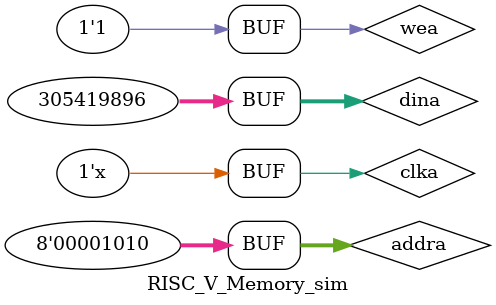
<source format=v>
`timescale 1ns / 1ps




module RISC_V_Memory_sim();
    reg clka,wea;
    reg [7:0] addra;
    reg [31:0] dina;
    wire [31:0] douta;
    RAM_B Simu(
        .clka(clka),
        .wea(wea),
        .addra(addra),
        .dina(dina),
        .douta(douta)  
    );
    initial clka=0;
    always #50 clka=~clka;  //Ã¿25ns£¬Ê±ÖÓ·­×ªÒ»´Î

initial begin
        addra=6'b000001;wea=1'b0;
        addra=6'b000010;#100;
        addra=6'b000011;#100;
        addra=6'b000100;#100;
        addra=6'b000101;#100;
        addra=6'b000110;#100;
        addra=6'b000111;#100;
        addra=6'b001000;#100;
        addra=6'b001001;#100;
        addra=6'b001010;#100;
        addra=6'b001010;wea=1'b1;dina=32'h12345678;#100;
        end
endmodule


</source>
